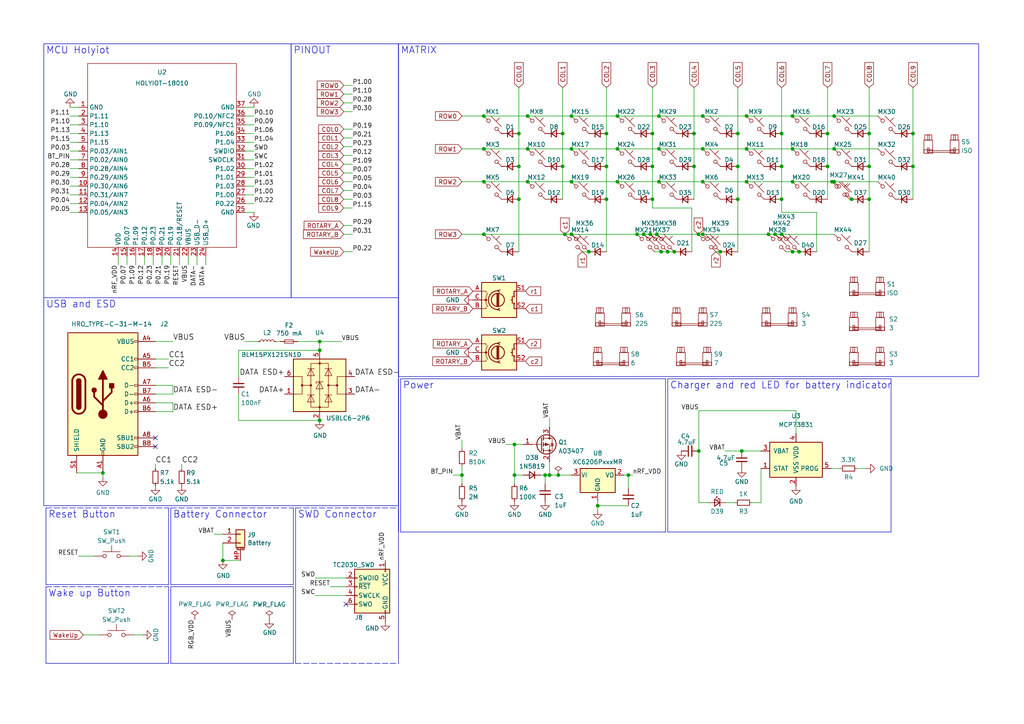
<source format=kicad_sch>
(kicad_sch (version 20230121) (generator eeschema)
  (paper "A4")
  (junction (at 213.995 57.785))
  (junction (at 229.87 43.18))
  (junction (at 140.335 67.945))
  (junction (at 186.69 67.945))
  (junction (at 191.135 52.705))
  (junction (at 252.095 38.735))
  (junction (at 191.77 73.025))
  (junction (at 241.935 43.18))
  (junction (at 158.115 137.795))
  (junction (at 215.138 130.81))
  (junction (at 149.225 128.905) (diameter 0.9144))
  (junction (at 92.71 101.6))
  (junction (at 165.735 52.705))
  (junction (at 203.835 67.945))
  (junction (at 208.915 73.025))
  (junction (at 226.695 67.945))
  (junction (at 159.385 137.795) (diameter 0.9144))
  (junction (at 213.995 38.735))
  (junction (at 264.795 48.26))
  (junction (at 229.87 33.655))
  (junction (at 202.565 67.945))
  (junction (at 226.695 57.785))
  (junction (at 226.695 48.26))
  (junction (at 179.07 43.18))
  (junction (at 203.835 43.18))
  (junction (at 140.335 33.655))
  (junction (at 92.71 99.06) (diameter 0.9144))
  (junction (at 241.935 52.705))
  (junction (at 163.83 67.945))
  (junction (at 153.035 52.705))
  (junction (at 150.495 57.785))
  (junction (at 231.775 73.025))
  (junction (at 150.495 38.735))
  (junction (at 191.135 43.18))
  (junction (at 202.692 130.81))
  (junction (at 190.5 67.945))
  (junction (at 173.355 146.685))
  (junction (at 92.71 121.92))
  (junction (at 201.295 38.735))
  (junction (at 203.835 52.705))
  (junction (at 216.535 52.705))
  (junction (at 133.985 137.795))
  (junction (at 216.535 43.18))
  (junction (at 149.225 137.795) (diameter 0.9144))
  (junction (at 195.58 73.025))
  (junction (at 189.23 48.26))
  (junction (at 189.23 38.735))
  (junction (at 252.095 48.26))
  (junction (at 175.895 57.785))
  (junction (at 241.935 33.655))
  (junction (at 150.495 48.26))
  (junction (at 213.995 48.26))
  (junction (at 193.675 73.025))
  (junction (at 226.695 38.735))
  (junction (at 191.135 33.655))
  (junction (at 264.795 38.735))
  (junction (at 165.735 33.655))
  (junction (at 179.07 33.655))
  (junction (at 179.07 52.705))
  (junction (at 175.895 48.26))
  (junction (at 140.335 52.705))
  (junction (at 182.245 137.795))
  (junction (at 184.785 67.945))
  (junction (at 201.295 48.26))
  (junction (at 153.035 33.655))
  (junction (at 247.015 57.785))
  (junction (at 165.735 43.18))
  (junction (at 64.643 162.56))
  (junction (at 165.735 67.945))
  (junction (at 229.87 73.025))
  (junction (at 29.845 137.16))
  (junction (at 189.23 57.785))
  (junction (at 241.3 52.705))
  (junction (at 240.03 38.735))
  (junction (at 229.87 52.705))
  (junction (at 240.03 48.26))
  (junction (at 224.79 67.945))
  (junction (at 203.835 33.655))
  (junction (at 216.535 33.655))
  (junction (at 153.035 43.18))
  (junction (at 188.595 67.945))
  (junction (at 140.335 43.18))
  (junction (at 222.885 67.945))
  (junction (at 175.895 38.735))
  (junction (at 163.195 38.735))
  (junction (at 163.195 48.26))
  (junction (at 170.815 73.025))
  (junction (at 161.925 137.795) (diameter 0.9144))
  (junction (at 252.095 57.785))
  (no_connect (at 100.33 175.26))
  (no_connect (at 45.085 127))
  (no_connect (at 45.085 129.54))
  (polyline (pts (xy 49.53 170.18) (xy 85.09 170.18)))
  (wire (pts (xy 241.935 43.18) (xy 254.635 43.18)))
  (wire (pts (xy 156.845 137.795) (xy 158.115 137.795)))
  (wire (pts (xy 71.12 31.115) (xy 73.66 31.115)))
  (wire (pts (xy 193.675 73.025) (xy 195.58 73.025)))
  (wire (pts (xy 99.695 40.005) (xy 102.235 40.005)))
  (wire (pts (xy 246.38 57.785) (xy 247.015 57.785)))
  (wire (pts (xy 227.965 73.025) (xy 229.87 73.025)))
  (polyline (pts (xy 49.53 169.545) (xy 85.09 169.545)))
  (polyline (pts (xy 85.725 147.32) (xy 115.57 147.32)) (stroke (width 0) (type dash)))
  (wire (pts (xy 179.07 33.655) (xy 191.135 33.655)))
  (wire (pts (xy 218.186 145.796) (xy 220.726 145.796)))
  (wire (pts (xy 191.135 33.655) (xy 203.835 33.655)))
  (wire (pts (xy 252.095 57.785) (xy 252.095 73.025)))
  (wire (pts (xy 153.035 33.655) (xy 165.735 33.655)))
  (wire (pts (xy 202.692 130.81) (xy 202.692 145.796)))
  (polyline (pts (xy 48.895 147.32) (xy 48.895 169.545)))
  (wire (pts (xy 264.795 38.735) (xy 264.795 48.26)))
  (wire (pts (xy 20.32 38.735) (xy 22.86 38.735)))
  (wire (pts (xy 149.225 137.795) (xy 151.765 137.795)))
  (wire (pts (xy 133.985 33.655) (xy 140.335 33.655)))
  (polyline (pts (xy 193.675 109.855) (xy 193.675 154.305)))
  (wire (pts (xy 71.12 41.275) (xy 73.66 41.275)))
  (wire (pts (xy 213.995 25.4) (xy 213.995 38.735)))
  (wire (pts (xy 222.885 67.945) (xy 224.79 67.945)))
  (wire (pts (xy 64.643 162.56) (xy 69.723 162.56)))
  (wire (pts (xy 189.23 38.735) (xy 189.23 48.26)))
  (wire (pts (xy 64.643 157.48) (xy 64.643 162.56)))
  (polyline (pts (xy 49.53 192.405) (xy 85.09 192.405)))
  (wire (pts (xy 49.53 74.295) (xy 49.53 76.835)))
  (wire (pts (xy 226.695 61.595) (xy 236.855 61.595)))
  (wire (pts (xy 158.115 137.795) (xy 158.115 140.335)))
  (wire (pts (xy 71.12 56.515) (xy 73.66 56.515)))
  (wire (pts (xy 92.71 99.06) (xy 99.06 99.06)))
  (wire (pts (xy 133.985 135.255) (xy 133.985 137.795)))
  (polyline (pts (xy 193.04 154.305) (xy 116.205 154.305)))
  (wire (pts (xy 20.32 41.275) (xy 22.86 41.275)))
  (polyline (pts (xy 193.675 109.855) (xy 258.445 109.855)))
  (wire (pts (xy 180.975 137.795) (xy 182.245 137.795)))
  (wire (pts (xy 140.335 43.18) (xy 153.035 43.18)))
  (wire (pts (xy 226.695 57.785) (xy 226.695 61.595)))
  (wire (pts (xy 229.87 73.025) (xy 231.775 73.025)))
  (wire (pts (xy 184.785 67.945) (xy 186.69 67.945)))
  (wire (pts (xy 252.095 25.4) (xy 252.095 38.735)))
  (wire (pts (xy 45.085 99.06) (xy 50.165 99.06)))
  (wire (pts (xy 216.535 33.655) (xy 229.87 33.655)))
  (wire (pts (xy 50.165 116.84) (xy 50.165 119.38)))
  (wire (pts (xy 150.495 25.4) (xy 150.495 38.735)))
  (wire (pts (xy 71.12 61.595) (xy 73.66 61.595)))
  (wire (pts (xy 45.085 134.62) (xy 45.085 135.89)))
  (wire (pts (xy 149.225 128.905) (xy 149.225 137.795)))
  (wire (pts (xy 150.495 57.785) (xy 150.495 73.025)))
  (wire (pts (xy 39.37 74.295) (xy 39.37 76.835)))
  (wire (pts (xy 240.03 38.735) (xy 240.03 48.26)))
  (wire (pts (xy 99.695 27.305) (xy 102.235 27.305)))
  (wire (pts (xy 240.03 48.26) (xy 240.03 57.785)))
  (wire (pts (xy 179.07 52.705) (xy 191.135 52.705)))
  (wire (pts (xy 207.645 73.025) (xy 208.915 73.025)))
  (wire (pts (xy 186.69 67.945) (xy 188.595 67.945)))
  (wire (pts (xy 20.32 33.655) (xy 22.86 33.655)))
  (wire (pts (xy 226.695 25.4) (xy 226.695 38.735)))
  (wire (pts (xy 45.085 119.38) (xy 50.165 119.38)))
  (wire (pts (xy 182.245 137.795) (xy 182.245 141.605)))
  (wire (pts (xy 163.195 25.4) (xy 163.195 38.735)))
  (wire (pts (xy 165.735 43.18) (xy 179.07 43.18)))
  (wire (pts (xy 200.66 60.325) (xy 200.66 73.025)))
  (wire (pts (xy 203.835 43.18) (xy 216.535 43.18)))
  (wire (pts (xy 45.085 111.76) (xy 50.165 111.76)))
  (wire (pts (xy 202.565 67.945) (xy 203.835 67.945)))
  (wire (pts (xy 163.195 48.26) (xy 163.195 57.785)))
  (wire (pts (xy 216.535 52.705) (xy 229.87 52.705)))
  (wire (pts (xy 191.77 73.025) (xy 193.675 73.025)))
  (wire (pts (xy 80.01 99.06) (xy 81.28 99.06)))
  (wire (pts (xy 45.085 116.84) (xy 50.165 116.84)))
  (polyline (pts (xy 49.53 168.91) (xy 49.53 169.545)))
  (wire (pts (xy 175.895 48.26) (xy 175.895 57.785)))
  (wire (pts (xy 69.215 121.92) (xy 92.71 121.92)))
  (wire (pts (xy 202.692 119.126) (xy 202.692 130.81)))
  (polyline (pts (xy 13.335 147.32) (xy 48.895 147.32)) (stroke (width 0) (type dash)))
  (wire (pts (xy 133.985 43.18) (xy 140.335 43.18)))
  (wire (pts (xy 241.935 52.705) (xy 254.635 52.705)))
  (wire (pts (xy 173.355 146.685) (xy 173.355 147.955)))
  (wire (pts (xy 229.87 33.655) (xy 241.935 33.655)))
  (wire (pts (xy 99.695 24.765) (xy 102.235 24.765)))
  (wire (pts (xy 165.735 33.655) (xy 179.07 33.655)))
  (wire (pts (xy 191.135 52.705) (xy 203.835 52.705)))
  (wire (pts (xy 95.758 170.18) (xy 100.33 170.18)))
  (wire (pts (xy 165.735 52.705) (xy 179.07 52.705)))
  (wire (pts (xy 37.465 161.29) (xy 40.005 161.29)))
  (polyline (pts (xy 13.335 170.18) (xy 48.895 170.18)) (stroke (width 0) (type dash)))
  (wire (pts (xy 133.985 127.635) (xy 133.985 130.175)))
  (polyline (pts (xy 85.725 192.405) (xy 115.57 192.405)) (stroke (width 0) (type dash)))
  (wire (pts (xy 99.695 29.845) (xy 102.235 29.845)))
  (wire (pts (xy 99.695 57.785) (xy 102.235 57.785)))
  (wire (pts (xy 189.23 57.785) (xy 189.23 60.325)))
  (wire (pts (xy 241.935 33.655) (xy 254.635 33.655)))
  (wire (pts (xy 264.795 48.26) (xy 264.795 57.785)))
  (wire (pts (xy 20.32 46.355) (xy 22.86 46.355)))
  (wire (pts (xy 229.87 52.705) (xy 241.3 52.705)))
  (wire (pts (xy 99.695 50.165) (xy 102.235 50.165)))
  (wire (pts (xy 213.995 38.735) (xy 213.995 48.26)))
  (polyline (pts (xy 49.53 147.32) (xy 85.09 147.32)) (stroke (width 0) (type dash)))
  (wire (pts (xy 69.215 101.6) (xy 69.215 109.22)))
  (wire (pts (xy 71.12 51.435) (xy 73.66 51.435)))
  (wire (pts (xy 201.295 48.26) (xy 201.295 57.785)))
  (polyline (pts (xy 13.335 147.32) (xy 13.335 169.545)))
  (polyline (pts (xy 116.205 109.855) (xy 193.04 109.855)))
  (polyline (pts (xy 193.675 154.305) (xy 258.445 154.305)))
  (wire (pts (xy 163.195 38.735) (xy 163.195 48.26)))
  (wire (pts (xy 36.83 74.295) (xy 36.83 76.835)))
  (wire (pts (xy 190.5 67.945) (xy 202.565 67.945)))
  (wire (pts (xy 202.692 145.796) (xy 205.486 145.796)))
  (wire (pts (xy 173.355 146.685) (xy 182.245 146.685)))
  (wire (pts (xy 20.32 48.895) (xy 22.86 48.895)))
  (wire (pts (xy 215.138 130.81) (xy 220.726 130.81)))
  (wire (pts (xy 189.865 73.025) (xy 191.77 73.025)))
  (wire (pts (xy 224.79 67.945) (xy 226.695 67.945)))
  (wire (pts (xy 44.45 74.295) (xy 44.45 76.835)))
  (wire (pts (xy 69.215 114.3) (xy 69.215 121.92)))
  (wire (pts (xy 52.07 74.295) (xy 52.07 76.835)))
  (wire (pts (xy 92.71 99.06) (xy 92.71 101.6)))
  (wire (pts (xy 133.985 67.945) (xy 140.335 67.945)))
  (wire (pts (xy 240.03 25.4) (xy 240.03 38.735)))
  (wire (pts (xy 213.995 48.26) (xy 213.995 57.785)))
  (polyline (pts (xy 49.53 147.32) (xy 49.53 168.91)))
  (wire (pts (xy 45.085 106.68) (xy 48.895 106.68)))
  (wire (pts (xy 131.445 137.795) (xy 133.985 137.795)))
  (wire (pts (xy 45.085 104.14) (xy 48.895 104.14)))
  (wire (pts (xy 20.32 51.435) (xy 22.86 51.435)))
  (polyline (pts (xy 115.57 109.855) (xy 115.57 154.305)))
  (wire (pts (xy 191.135 43.18) (xy 203.835 43.18)))
  (wire (pts (xy 99.695 55.245) (xy 102.235 55.245)))
  (wire (pts (xy 99.695 65.405) (xy 102.235 65.405)))
  (polyline (pts (xy 85.09 169.545) (xy 85.09 147.32)))
  (wire (pts (xy 71.12 99.06) (xy 74.93 99.06)))
  (wire (pts (xy 133.985 52.705) (xy 140.335 52.705)))
  (wire (pts (xy 133.985 137.795) (xy 133.985 140.335)))
  (wire (pts (xy 264.795 25.4) (xy 264.795 38.735)))
  (wire (pts (xy 71.12 36.195) (xy 73.66 36.195)))
  (wire (pts (xy 29.845 137.16) (xy 29.845 138.43)))
  (wire (pts (xy 20.32 31.115) (xy 22.86 31.115)))
  (wire (pts (xy 99.695 32.385) (xy 102.235 32.385)))
  (wire (pts (xy 158.115 137.795) (xy 159.385 137.795)))
  (wire (pts (xy 202.692 119.126) (xy 230.886 119.126)))
  (wire (pts (xy 41.91 74.295) (xy 41.91 76.835)))
  (wire (pts (xy 165.735 67.945) (xy 184.785 67.945)))
  (wire (pts (xy 99.695 73.025) (xy 102.235 73.025)))
  (wire (pts (xy 230.886 119.126) (xy 230.886 125.73)))
  (wire (pts (xy 99.695 42.545) (xy 102.235 42.545)))
  (wire (pts (xy 71.12 33.655) (xy 73.66 33.655)))
  (polyline (pts (xy 48.895 192.405) (xy 13.335 192.405)))
  (wire (pts (xy 168.91 73.025) (xy 170.815 73.025)))
  (wire (pts (xy 20.32 43.815) (xy 22.86 43.815)))
  (wire (pts (xy 140.335 33.655) (xy 153.035 33.655)))
  (wire (pts (xy 57.15 74.295) (xy 57.15 76.835)))
  (wire (pts (xy 140.335 52.705) (xy 153.035 52.705)))
  (wire (pts (xy 71.12 53.975) (xy 73.66 53.975)))
  (wire (pts (xy 153.035 52.705) (xy 165.735 52.705)))
  (wire (pts (xy 20.32 56.515) (xy 22.86 56.515)))
  (wire (pts (xy 146.685 128.905) (xy 149.225 128.905)))
  (wire (pts (xy 150.495 48.26) (xy 150.495 57.785)))
  (wire (pts (xy 179.07 43.18) (xy 191.135 43.18)))
  (wire (pts (xy 182.245 137.795) (xy 183.515 137.795)))
  (wire (pts (xy 210.312 130.81) (xy 215.138 130.81)))
  (wire (pts (xy 153.035 43.18) (xy 165.735 43.18)))
  (wire (pts (xy 226.695 48.26) (xy 226.695 57.785)))
  (wire (pts (xy 248.666 135.89) (xy 251.206 135.89)))
  (wire (pts (xy 20.32 61.595) (xy 22.86 61.595)))
  (wire (pts (xy 159.385 133.985) (xy 159.385 137.795)))
  (polyline (pts (xy 258.445 154.305) (xy 258.445 109.855)))
  (polyline (pts (xy 49.53 170.18) (xy 49.53 192.405)))
  (wire (pts (xy 99.695 47.625) (xy 102.235 47.625)))
  (wire (pts (xy 45.085 114.3) (xy 50.165 114.3)))
  (wire (pts (xy 99.695 67.945) (xy 102.235 67.945)))
  (polyline (pts (xy 85.725 147.32) (xy 85.725 192.405)))
  (polyline (pts (xy 13.335 170.18) (xy 13.335 192.405)))
  (wire (pts (xy 54.61 74.295) (xy 54.61 76.835)))
  (wire (pts (xy 71.12 59.055) (xy 73.66 59.055)))
  (wire (pts (xy 22.225 137.16) (xy 29.845 137.16)))
  (wire (pts (xy 201.295 38.735) (xy 201.295 48.26)))
  (wire (pts (xy 203.835 67.945) (xy 222.885 67.945)))
  (wire (pts (xy 71.12 38.735) (xy 73.66 38.735)))
  (polyline (pts (xy 193.04 109.855) (xy 193.04 154.305)))
  (wire (pts (xy 236.855 61.595) (xy 236.855 73.025)))
  (wire (pts (xy 86.36 99.06) (xy 92.71 99.06)))
  (wire (pts (xy 20.32 36.195) (xy 22.86 36.195)))
  (wire (pts (xy 213.995 57.785) (xy 213.995 73.025)))
  (wire (pts (xy 216.535 43.18) (xy 229.87 43.18)))
  (wire (pts (xy 188.595 67.945) (xy 190.5 67.945)))
  (wire (pts (xy 38.862 184.15) (xy 41.402 184.15)))
  (wire (pts (xy 99.695 52.705) (xy 102.235 52.705)))
  (wire (pts (xy 20.32 59.055) (xy 22.86 59.055)))
  (wire (pts (xy 91.44 172.72) (xy 100.33 172.72)))
  (wire (pts (xy 52.705 134.62) (xy 52.705 135.89)))
  (wire (pts (xy 175.895 57.785) (xy 175.895 73.025)))
  (wire (pts (xy 149.225 128.905) (xy 151.765 128.905)))
  (wire (pts (xy 173.355 145.415) (xy 173.355 146.685)))
  (wire (pts (xy 203.835 33.655) (xy 216.535 33.655)))
  (wire (pts (xy 189.23 25.4) (xy 189.23 38.735)))
  (polyline (pts (xy 48.895 169.545) (xy 13.335 169.545)))
  (polyline (pts (xy 48.895 170.18) (xy 48.895 192.405)))
  (wire (pts (xy 210.566 145.796) (xy 213.106 145.796)))
  (wire (pts (xy 20.32 53.975) (xy 22.86 53.975)))
  (wire (pts (xy 229.87 43.18) (xy 241.935 43.18)))
  (wire (pts (xy 22.733 161.29) (xy 27.305 161.29)))
  (wire (pts (xy 64.643 154.94) (xy 62.103 154.94)))
  (wire (pts (xy 71.12 48.895) (xy 73.66 48.895)))
  (wire (pts (xy 150.495 38.735) (xy 150.495 48.26)))
  (wire (pts (xy 69.215 101.6) (xy 92.71 101.6)))
  (wire (pts (xy 59.69 74.295) (xy 59.69 76.835)))
  (wire (pts (xy 201.295 25.4) (xy 201.295 38.735)))
  (wire (pts (xy 46.99 74.295) (xy 46.99 76.835)))
  (wire (pts (xy 189.23 48.26) (xy 189.23 57.785)))
  (polyline (pts (xy 85.09 192.405) (xy 85.09 170.18)))
  (wire (pts (xy 175.895 38.735) (xy 175.895 48.26)))
  (wire (pts (xy 99.695 37.465) (xy 102.235 37.465)))
  (wire (pts (xy 226.695 67.945) (xy 241.935 67.945)))
  (wire (pts (xy 71.12 46.355) (xy 73.66 46.355)))
  (wire (pts (xy 203.835 52.705) (xy 216.535 52.705)))
  (wire (pts (xy 241.046 135.89) (xy 243.586 135.89)))
  (wire (pts (xy 252.095 48.26) (xy 252.095 57.785)))
  (wire (pts (xy 50.165 111.76) (xy 50.165 114.3)))
  (wire (pts (xy 189.23 60.325) (xy 200.66 60.325)))
  (wire (pts (xy 159.385 137.795) (xy 161.925 137.795)))
  (wire (pts (xy 140.335 67.945) (xy 163.83 67.945)))
  (wire (pts (xy 226.695 38.735) (xy 226.695 48.26)))
  (wire (pts (xy 175.895 25.4) (xy 175.895 38.735)))
  (wire (pts (xy 34.29 74.295) (xy 34.29 76.835)))
  (polyline (pts (xy 115.57 147.32) (xy 115.57 192.405)))
  (wire (pts (xy 24.13 184.15) (xy 28.702 184.15)))
  (wire (pts (xy 220.726 145.796) (xy 220.726 135.89)))
  (wire (pts (xy 71.12 43.815) (xy 73.66 43.815)))
  (wire (pts (xy 252.095 38.735) (xy 252.095 48.26)))
  (wire (pts (xy 149.225 137.795) (xy 149.225 140.335)))
  (wire (pts (xy 159.385 123.825) (xy 159.385 121.285)))
  (wire (pts (xy 91.44 167.64) (xy 100.33 167.64)))
  (wire (pts (xy 99.695 45.085) (xy 102.235 45.085)))
  (wire (pts (xy 163.83 67.945) (xy 165.735 67.945)))
  (wire (pts (xy 161.925 137.795) (xy 165.735 137.795)))
  (wire (pts (xy 99.695 60.325) (xy 102.235 60.325)))
  (wire (pts (xy 241.3 52.705) (xy 241.935 52.705)))
  (polyline (pts (xy 116.205 109.855) (xy 116.205 154.305)))
  (rectangle (start 84.455 12.7) (end 115.57 86.36))
  (rectangle (start 115.57 12.7) (end 283.845 109.22))
  (rectangle (start 12.7 86.36) (end 115.57 146.685))
  (rectangle (start 12.7 12.7) (end 84.455 86.36))
  (text "Power" (at 116.84 113.03 0) (effects (font (size 2 2)) (justify left bottom)))
  (text "Reset Button" (at 13.97 150.495 0) (effects (font (size 2 2)) (justify left bottom)))
  (text "MCU Holyiot" (at 13.335 15.875 0) (effects (font (size 2 2)) (justify left bottom)))
  (text "Charger and red LED for battery indicator" (at 194.31 113.03 0) (effects (font (size 2 2)) (justify left bottom)))
  (text "Wake up Button" (at 13.97 173.355 0) (effects (font (size 2 2)) (justify left bottom)))
  (text "SWD Сonnector" (at 86.36 150.495 0) (effects (font (size 2 2)) (justify left bottom)))
  (text "Battery Сonnector" (at 50.165 150.495 0) (effects (font (size 2 2)) (justify left bottom)))
  (text "PINOUT" (at 85.09 15.875 0) (effects (font (size 2 2)) (justify left bottom)))
  (text "MATRIX" (at 116.205 15.875 0) (effects (font (size 2 2)) (justify left bottom)))
  (text "USB and ESD" (at 13.335 89.535 0) (effects (font (size 2 2)) (justify left bottom)))
  (label "P0.19" (at 102.235 37.465 0))
  (label "P1.00" (at 73.66 56.515 0))
  (label "SWC" (at 73.66 46.355 0))
  (label "P0.23" (at 102.235 42.545 0))
  (label "DATA+" (at 82.55 114.3 180) (effects (font (size 1.5494 1.5494))))
  (label "P1.09" (at 39.37 76.835 270))
  (label "CC2" (at 48.895 106.68 0) (effects (font (size 1.5494 1.5494))))
  (label "CC2" (at 52.705 134.62 0) (effects (font (size 1.5494 1.5494))))
  (label "SWC" (at 91.44 172.72 180))
  (label "DATA ESD-" (at 102.87 109.22 0) (effects (font (size 1.5494 1.5494))))
  (label "P1.06" (at 73.66 38.735 0))
  (label "VBAT" (at 133.985 127.635 90))
  (label "P1.10" (at 20.32 36.195 180))
  (label "P0.07" (at 102.235 50.165 0))
  (label "P0.19" (at 49.53 76.835 270))
  (label "VBUS" (at 99.06 99.06 0))
  (label "DATA ESD-" (at 50.165 114.3 0) (effects (font (size 1.5494 1.5494))))
  (label "VBUS" (at 50.165 99.06 0) (effects (font (size 1.5494 1.5494))))
  (label "P0.21" (at 46.99 76.835 270))
  (label "P0.28" (at 102.235 29.845 0))
  (label "P0.31" (at 20.32 56.515 180))
  (label "P0.09" (at 73.66 36.195 0))
  (label "P0.03" (at 20.32 43.815 180))
  (label "P0.31" (at 102.235 67.945 0))
  (label "P1.15" (at 20.32 41.275 180))
  (label "P0.04" (at 20.32 59.055 180))
  (label "P1.00" (at 102.235 24.765 0))
  (label "P0.04" (at 102.235 55.245 0))
  (label "VBUS" (at 202.692 119.126 180))
  (label "VBAT" (at 62.103 154.94 180))
  (label "SWD" (at 73.66 43.815 0))
  (label "CC1" (at 45.085 134.62 0) (effects (font (size 1.5494 1.5494))))
  (label "RGB_VDD" (at 56.515 179.705 270))
  (label "P1.02" (at 73.66 48.895 0))
  (label "nRF_VDD" (at 111.76 162.56 90))
  (label "SWD" (at 91.44 167.64 180))
  (label "P1.11" (at 20.32 33.655 180))
  (label "P0.30" (at 102.235 32.385 0))
  (label "P0.22" (at 73.66 59.055 0))
  (label "P0.28" (at 20.32 48.895 180))
  (label "CC1" (at 48.895 104.14 0) (effects (font (size 1.5494 1.5494))))
  (label "VBUS" (at 146.685 128.905 180))
  (label "P0.29" (at 20.32 51.435 180))
  (label "DATA+" (at 59.69 76.835 270))
  (label "P1.13" (at 20.32 38.735 180))
  (label "DATA ESD+" (at 50.165 119.38 0) (effects (font (size 1.5494 1.5494))))
  (label "nRF_VDD" (at 183.515 137.795 0))
  (label "VBUS" (at 54.61 76.835 270))
  (label "P0.21" (at 102.235 40.005 0))
  (label "RESET" (at 52.07 76.835 270))
  (label "P1.15" (at 102.235 60.325 0))
  (label "DATA-" (at 57.15 76.835 270))
  (label "P1.03" (at 73.66 53.975 0))
  (label "P0.30" (at 20.32 53.975 180))
  (label "P1.01" (at 73.66 51.435 0))
  (label "P0.07" (at 36.83 76.835 270))
  (label "P1.09" (at 102.235 47.625 0))
  (label "DATA-" (at 102.87 114.3 0) (effects (font (size 1.5494 1.5494))))
  (label "nRF_VDD" (at 34.29 76.835 270))
  (label "VBUS" (at 67.31 179.705 270))
  (label "P0.10" (at 73.66 33.655 0))
  (label "RESET" (at 95.758 170.18 180))
  (label "P0.05" (at 102.235 52.705 0))
  (label "VBUS" (at 71.12 99.06 180) (effects (font (size 1.5494 1.5494))))
  (label "BT_PIN" (at 20.32 46.355 180))
  (label "P1.10" (at 102.235 27.305 0))
  (label "VBAT" (at 159.385 121.285 90))
  (label "DATA ESD+" (at 82.55 109.22 180) (effects (font (size 1.5494 1.5494))))
  (label "P0.12" (at 102.235 45.085 0))
  (label "P0.23" (at 44.45 76.835 270))
  (label "P0.12" (at 41.91 76.835 270))
  (label "P0.03" (at 102.235 57.785 0))
  (label "P1.04" (at 73.66 41.275 0))
  (label "P0.05" (at 20.32 61.595 180))
  (label "VBAT" (at 210.312 130.81 180))
  (label "P0.29" (at 102.235 65.405 0))
  (label "BT_PIN" (at 131.445 137.795 180))
  (label "RESET" (at 22.733 161.29 180))
  (label "P0.22" (at 102.235 73.025 0))
  (global_label "ROW3" (shape input) (at 133.985 67.945 180) (property "Intersheetrefs" "${INTERSHEET_REFS}" (effects hide)))
  (global_label "ROTARY_B" (shape input) (at 137.16 89.535 180) (property "Intersheetrefs" "${INTERSHEET_REFS}" (effects hide)))
  (global_label "WakeUp" (shape input) (at 24.13 184.15 180) (property "Intersheetrefs" "${INTERSHEET_REFS}" (effects hide)))
  (global_label "ROTARY_B" (shape input) (at 99.695 67.945 180) (property "Intersheetrefs" "${INTERSHEET_REFS}" (effects hide)))
  (global_label "r1" (shape input) (at 152.4 84.455 0) (property "Intersheetrefs" "${INTERSHEET_REFS}" (effects hide)))
  (global_label "ROW3" (shape input) (at 99.695 32.385 180) (property "Intersheetrefs" "${INTERSHEET_REFS}" (effects hide)))
  (global_label "c2" (shape input) (at 152.4 104.775 0) (property "Intersheetrefs" "${INTERSHEET_REFS}" (effects hide)))
  (global_label "r2" (shape input) (at 207.645 73.025 270) (property "Intersheetrefs" "${INTERSHEET_REFS}" (effects hide)))
  (global_label "COL1" (shape input) (at 99.695 40.005 180) (property "Intersheetrefs" "${INTERSHEET_REFS}" (effects hide)))
  (global_label "COL5" (shape input) (at 99.695 50.165 180) (property "Intersheetrefs" "${INTERSHEET_REFS}" (effects hide)))
  (global_label "c1" (shape input) (at 152.4 89.535 0) (property "Intersheetrefs" "${INTERSHEET_REFS}" (effects hide)))
  (global_label "r1" (shape input) (at 168.91 73.025 270) (property "Intersheetrefs" "${INTERSHEET_REFS}" (effects hide)))
  (global_label "COL9" (shape input) (at 99.695 60.325 180) (property "Intersheetrefs" "${INTERSHEET_REFS}" (effects hide)))
  (global_label "ROTARY_A" (shape input) (at 137.16 99.695 180) (property "Intersheetrefs" "${INTERSHEET_REFS}" (effects hide)))
  (global_label "COL0" (shape input) (at 150.495 25.4 90) (property "Intersheetrefs" "${INTERSHEET_REFS}" (effects hide)))
  (global_label "COL2" (shape input) (at 175.895 25.4 90) (property "Intersheetrefs" "${INTERSHEET_REFS}" (effects hide)))
  (global_label "ROTARY_A" (shape input) (at 99.695 65.405 180) (property "Intersheetrefs" "${INTERSHEET_REFS}" (effects hide)))
  (global_label "ROW1" (shape input) (at 133.985 43.18 180) (property "Intersheetrefs" "${INTERSHEET_REFS}" (effects hide)))
  (global_label "COL8" (shape input) (at 99.695 57.785 180) (property "Intersheetrefs" "${INTERSHEET_REFS}" (effects hide)))
  (global_label "ROTARY_B" (shape input) (at 137.16 104.775 180) (property "Intersheetrefs" "${INTERSHEET_REFS}" (effects hide)))
  (global_label "ROW2" (shape input) (at 133.985 52.705 180) (property "Intersheetrefs" "${INTERSHEET_REFS}" (effects hide)))
  (global_label "COL7" (shape input) (at 99.695 55.245 180) (property "Intersheetrefs" "${INTERSHEET_REFS}" (effects hide)))
  (global_label "ROW0" (shape input) (at 133.985 33.655 180) (property "Intersheetrefs" "${INTERSHEET_REFS}" (effects hide)))
  (global_label "ROTARY_A" (shape input) (at 137.16 84.455 180) (property "Intersheetrefs" "${INTERSHEET_REFS}" (effects hide)))
  (global_label "COL5" (shape input) (at 213.995 25.4 90) (property "Intersheetrefs" "${INTERSHEET_REFS}" (effects hide)))
  (global_label "COL7" (shape input) (at 240.03 25.4 90) (property "Intersheetrefs" "${INTERSHEET_REFS}" (effects hide)))
  (global_label "c1" (shape input) (at 163.83 67.945 90) (property "Intersheetrefs" "${INTERSHEET_REFS}" (effects hide)))
  (global_label "ROW2" (shape input) (at 99.695 29.845 180) (property "Intersheetrefs" "${INTERSHEET_REFS}" (effects hide)))
  (global_label "ROW0" (shape input) (at 99.695 24.765 180) (property "Intersheetrefs" "${INTERSHEET_REFS}" (effects hide)))
  (global_label "COL6" (shape input) (at 99.695 52.705 180) (property "Intersheetrefs" "${INTERSHEET_REFS}" (effects hide)))
  (global_label "COL9" (shape input) (at 264.795 25.4 90) (property "Intersheetrefs" "${INTERSHEET_REFS}" (effects hide)))
  (global_label "COL6" (shape input) (at 226.695 25.4 90) (property "Intersheetrefs" "${INTERSHEET_REFS}" (effects hide)))
  (global_label "COL3" (shape input) (at 99.695 45.085 180) (property "Intersheetrefs" "${INTERSHEET_REFS}" (effects hide)))
  (global_label "WakeUp" (shape input) (at 99.695 73.025 180) (property "Intersheetrefs" "${INTERSHEET_REFS}" (effects hide)))
  (global_label "COL8" (shape input) (at 252.095 25.4 90) (property "Intersheetrefs" "${INTERSHEET_REFS}" (effects hide)))
  (global_label "COL4" (shape input) (at 99.695 47.625 180) (property "Intersheetrefs" "${INTERSHEET_REFS}" (effects hide)))
  (global_label "ROW1" (shape input) (at 99.695 27.305 180) (property "Intersheetrefs" "${INTERSHEET_REFS}" (effects hide)))
  (global_label "r2" (shape input) (at 152.4 99.695 0) (property "Intersheetrefs" "${INTERSHEET_REFS}" (effects hide)))
  (global_label "COL3" (shape input) (at 189.23 25.4 90) (property "Intersheetrefs" "${INTERSHEET_REFS}" (effects hide)))
  (global_label "COL1" (shape input) (at 163.195 25.4 90) (property "Intersheetrefs" "${INTERSHEET_REFS}" (effects hide)))
  (global_label "COL2" (shape input) (at 99.695 42.545 180) (property "Intersheetrefs" "${INTERSHEET_REFS}" (effects hide)))
  (global_label "COL0" (shape input) (at 99.695 37.465 180) (property "Intersheetrefs" "${INTERSHEET_REFS}" (effects hide)))
  (global_label "c2" (shape input) (at 202.565 67.945 90) (property "Intersheetrefs" "${INTERSHEET_REFS}" (effects hide)))
  (global_label "COL4" (shape input) (at 201.295 25.4 90) (property "Intersheetrefs" "${INTERSHEET_REFS}" (effects hide)))
  (symbol (lib_id "Device:D_Small") (at 224.155 57.785 0) (unit 1)
    (property "Reference" "D13" (at 224.155 55.88 0))
    (property "Value" "D_Small" (effects hide))
    (property "Footprint" "Diode_SMD:D_SOD-123F" (effects hide))
    (property "Sim.Device" "D" (effects hide))
    (property "Sim.Pins" "1=K 2=A" (effects hide))
  )
  (symbol (lib_id "PCM_marbastlib-mx:MX_stab") (at 251.46 83.185 0) (unit 1) (in_bom no) (on_board no)
    (property "Reference" "S1" (at 257.175 82.423 0) (effects (justify left)))
    (property "Value" "ISO" (at 257.175 84.963 0) (effects (justify left)))
    (property "Footprint" "PCM_marbastlib-mx:STAB_MX_P_ISO" (effects hide))
  )
  (symbol (lib_id "power:GND") (at 52.705 140.97 0) (unit 1)
    (property "Reference" "#PWR015" (effects hide))
    (property "Value" "GND" (at 52.705 144.78 0))
  )
  (symbol (lib_id "PCM_marbastlib-mx:MX_SW_solder") (at 168.275 45.72 0) (unit 1)
    (property "Reference" "MX17" (at 168.275 41.91 0))
    (property "Value" "MX_SW_solder" (effects hide))
    (property "Footprint" "PCM_marbastlib-mx:SW_MX_1u" (effects hide))
  )
  (symbol (lib_id "power:PWR_FLAG") (at 56.515 179.705 0) (unit 1)
    (property "Reference" "#FLG01" (effects hide))
    (property "Value" "PWR_FLAG" (at 56.515 175.26 0))
  )
  (symbol (lib_id "Device:D_Small") (at 211.455 48.26 0) (unit 1)
    (property "Reference" "D4" (at 211.455 46.355 0))
    (property "Value" "D_Small" (effects hide))
    (property "Footprint" "Diode_SMD:D_SOD-123F" (effects hide))
    (property "Sim.Device" "D" (effects hide))
    (property "Sim.Pins" "1=K 2=A" (effects hide))
  )
  (symbol (lib_id "PCM_marbastlib-mx:MX_SW_solder") (at 244.475 36.195 0) (unit 1)
    (property "Reference" "MX23" (at 245.11 32.385 0))
    (property "Value" "MX_SW_solder" (effects hide))
    (property "Footprint" "PCM_marbastlib-mx:SW_MX_1u" (effects hide))
  )
  (symbol (lib_id "Device:D_Small") (at 173.355 48.26 0) (unit 1)
    (property "Reference" "D17" (at 173.355 46.355 0))
    (property "Value" "D_Small" (effects hide))
    (property "Footprint" "Diode_SMD:D_SOD-123F" (effects hide))
    (property "Sim.Device" "D" (effects hide))
    (property "Sim.Pins" "1=K 2=A" (effects hide))
  )
  (symbol (lib_id "PCM_marbastlib-mx:MX_SW_solder") (at 189.23 70.485 0) (unit 1)
    (property "Reference" "MX35" (at 188.595 64.77 0))
    (property "Value" "MX_SW_solder" (effects hide))
    (property "Footprint" "PCM_marbastlib-mx:SW_MX_1u" (effects hide))
  )
  (symbol (lib_id "Device:C_Small") (at 69.215 111.76 0) (unit 1)
    (property "Reference" "C1" (at 69.85 114.3 0) (effects (justify left)))
    (property "Value" "100nF" (at 69.85 116.84 0) (effects (justify left)))
    (property "Footprint" "Capacitor_SMD:C_0402_1005Metric" (effects hide))
  )
  (symbol (lib_id "Device:R_Small") (at 45.085 138.43 0) (unit 1)
    (property "Reference" "R7" (at 46.355 137.1599 0) (effects (justify left)))
    (property "Value" "5.1k" (at 46.355 139.6999 0) (effects (justify left)))
    (property "Footprint" "Resistor_SMD:R_0402_1005Metric" (effects hide))
  )
  (symbol (lib_id "PCM_marbastlib-mx:MX_SW_solder") (at 166.37 70.485 0) (unit 1)
    (property "Reference" "MX14" (at 168.275 66.675 0))
    (property "Value" "MX_SW_solder" (effects hide))
    (property "Footprint" "PCM_marbastlib-mx:SW_MX_1u" (effects hide))
  )
  (symbol (lib_id "PCM_marbastlib-mx:MX_SW_solder") (at 225.425 70.485 0) (unit 1)
    (property "Reference" "MX28" (at 225.425 66.675 0))
    (property "Value" "MX_SW_solder" (effects hide))
    (property "Footprint" "PCM_marbastlib-mx:SW_MX_1u" (effects hide))
  )
  (symbol (lib_id "PCM_marbastlib-mx:MX_SW_solder") (at 232.41 45.72 0) (unit 1)
    (property "Reference" "MX18" (at 231.775 41.91 0))
    (property "Value" "MX_SW_solder" (effects hide))
    (property "Footprint" "PCM_marbastlib-mx:SW_MX_1u" (effects hide))
  )
  (symbol (lib_id "Power_Protection:USBLC6-2P6") (at 92.71 111.76 0) (unit 1)
    (property "Reference" "U4" (at 92.71 96.52 0))
    (property "Value" "USBLC6-2P6" (at 100.965 121.285 0))
    (property "Footprint" "Package_TO_SOT_SMD:SOT-666" (effects hide))
    (property "Datasheet" "https://www.st.com/resource/en/datasheet/usblc6-2.pdf" (effects hide))
    (property "LCSC" "C15999" (effects hide))
  )
  (symbol (lib_id "Device:D_Small") (at 147.955 48.26 0) (unit 1)
    (property "Reference" "D3" (at 147.955 46.355 0))
    (property "Value" "D_Small" (effects hide))
    (property "Footprint" "Diode_SMD:D_SOD-123F" (effects hide))
    (property "Sim.Device" "D" (effects hide))
    (property "Sim.Pins" "1=K 2=A" (effects hide))
  )
  (symbol (lib_id "Device:D_Small") (at 186.69 48.26 0) (unit 1)
    (property "Reference" "D28" (at 186.69 46.355 0))
    (property "Value" "D_Small" (effects hide))
    (property "Footprint" "Diode_SMD:D_SOD-123F" (effects hide))
    (property "Sim.Device" "D" (effects hide))
    (property "Sim.Pins" "1=K 2=A" (effects hide))
  )
  (symbol (lib_id "Device:D_Small") (at 262.255 38.735 0) (unit 1)
    (property "Reference" "D26" (at 262.255 36.83 0))
    (property "Value" "D_Small" (effects hide))
    (property "Footprint" "Diode_SMD:D_SOD-123F" (effects hide))
    (property "Sim.Device" "D" (effects hide))
    (property "Sim.Pins" "1=K 2=A" (effects hide))
  )
  (symbol (lib_id "PCM_marbastlib-mx:MX_SW_solder") (at 243.84 55.245 0) (unit 1)
    (property "Reference" "MX27" (at 243.205 50.8 0))
    (property "Value" "MX_SW_solder" (effects hide))
    (property "Footprint" "PCM_marbastlib-mx:SW_MX_1u" (effects hide))
  )
  (symbol (lib_id "power:GND") (at 73.66 61.595 0) (unit 1)
    (property "Reference" "#PWR046" (effects hide))
    (property "Value" "GND" (at 75.565 65.405 0) (effects (justify right)))
  )
  (symbol (lib_id "PCM_marbastlib-mx:MX_SW_solder") (at 244.475 70.485 0) (unit 1)
    (property "Reference" "MX44" (at 244.475 66.675 0))
    (property "Value" "MX_SW_solder" (effects hide))
    (property "Footprint" "PCM_marbastlib-mx:SW_MX_1.25u" (effects hide))
  )
  (symbol (lib_id "Device:D_Small") (at 237.49 38.735 0) (unit 1)
    (property "Reference" "D16" (at 237.49 36.83 0))
    (property "Value" "D_Small" (effects hide))
    (property "Footprint" "Diode_SMD:D_SOD-123F" (effects hide))
    (property "Sim.Device" "D" (effects hide))
    (property "Sim.Pins" "1=K 2=A" (effects hide))
  )
  (symbol (lib_id "Connector:USB_C_Receptacle_USB2.0") (at 29.845 114.3 0) (unit 1)
    (property "Reference" "J2" (at 47.625 93.98 0))
    (property "Value" "HRO_TYPE-C-31-M-14" (at 32.385 93.98 0))
    (property "Footprint" "PCM_marbastlib-various:USB_C_Receptacle_HRO_TYPE-C-31-M-12" (effects hide))
    (property "Datasheet" "https://www.usb.org/sites/default/files/documents/usb_type-c.zip" (effects hide))
  )
  (symbol (lib_id "PCM_marbastlib-mx:MX_SW_solder") (at 168.275 55.245 0) (unit 1)
    (property "Reference" "MX19" (at 168.275 51.435 0))
    (property "Value" "MX_SW_solder" (effects hide))
    (property "Footprint" "PCM_marbastlib-mx:SW_MX_1u" (effects hide))
  )
  (symbol (lib_id "Device:D_Small") (at 249.555 57.785 0) (unit 1)
    (property "Reference" "D37" (at 249.555 55.88 0))
    (property "Value" "D_Small" (effects hide))
    (property "Footprint" "Diode_SMD:D_SOD-123F" (effects hide))
    (property "Sim.Device" "D" (effects hide))
    (property "Sim.Pins" "1=K 2=A" (effects hide))
  )
  (symbol (lib_id "Device:D_Small") (at 234.315 73.025 0) (unit 1)
    (property "Reference" "D40" (at 234.315 71.12 0))
    (property "Value" "D_Small" (effects hide))
    (property "Footprint" "Diode_SMD:D_SOD-123F" (effects hide))
    (property "Sim.Device" "D" (effects hide))
    (property "Sim.Pins" "1=K 2=A" (effects hide))
  )
  (symbol (lib_id "Device:D_Small") (at 160.655 48.26 0) (unit 1)
    (property "Reference" "D10" (at 160.655 46.355 0))
    (property "Value" "D_Small" (effects hide))
    (property "Footprint" "Diode_SMD:D_SOD-123F" (effects hide))
    (property "Sim.Device" "D" (effects hide))
    (property "Sim.Pins" "1=K 2=A" (effects hide))
  )
  (symbol (lib_id "Device:D_Small") (at 147.955 73.025 0) (unit 1)
    (property "Reference" "D7" (at 147.955 71.12 0))
    (property "Value" "D_Small" (effects hide))
    (property "Footprint" "Diode_SMD:D_SOD-123F" (effects hide))
    (property "Sim.Device" "D" (effects hide))
    (property "Sim.Pins" "1=K 2=A" (effects hide))
  )
  (symbol (lib_id "power:GND") (at 111.76 180.34 0) (mirror y) (unit 1)
    (property "Reference" "#PWR052" (effects hide))
    (property "Value" "GND" (at 107.95 182.245 0))
  )
  (symbol (lib_id "Device:R_Small") (at 149.225 142.875 0) (unit 1)
    (property "Reference" "R6" (at 150.495 141.6049 0) (effects (justify left)))
    (property "Value" "100K" (at 150.495 144.1449 0) (effects (justify left)))
    (property "Footprint" "Resistor_SMD:R_0402_1005Metric" (effects hide))
  )
  (symbol (lib_id "PCM_marbastlib-mx:MX_SW_solder") (at 142.875 36.195 0) (unit 1)
    (property "Reference" "MX1" (at 142.875 32.385 0))
    (property "Value" "MX_SW_solder" (effects hide))
    (property "Footprint" "PCM_marbastlib-mx:SW_MX_1u" (effects hide))
  )
  (symbol (lib_id "PCM_marbastlib-mx:MX_stab") (at 251.46 103.505 0) (unit 1)
    (property "Reference" "S3" (at 257.81 102.743 0) (effects (justify left)))
    (property "Value" "3" (at 257.81 105.283 0) (effects (justify left)))
    (property "Footprint" "PCM_marbastlib-mx:STAB_MX_P_3u" (effects hide))
  )
  (symbol (lib_id "PCM_marbastlib-mx:MX_SW_solder") (at 142.875 55.245 0) (unit 1)
    (property "Reference" "MX5" (at 142.875 51.435 0))
    (property "Value" "MX_SW_solder" (effects hide))
    (property "Footprint" "PCM_marbastlib-mx:SW_MX_1.5u" (effects hide))
  )
  (symbol (lib_id "PCM_marbastlib-mx:MX_SW_solder") (at 257.175 45.72 0) (unit 1)
    (property "Reference" "MX32" (at 257.175 41.91 0))
    (property "Value" "MX_SW_solder" (effects hide))
    (property "Footprint" "PCM_marbastlib-mx:SW_MX_1u" (effects hide))
  )
  (symbol (lib_id "PCM_marbastlib-mx:MX_SW_solder") (at 181.61 36.195 0) (unit 1)
    (property "Reference" "MX22" (at 181.61 32.385 0))
    (property "Value" "MX_SW_solder" (effects hide))
    (property "Footprint" "PCM_marbastlib-mx:SW_MX_1u" (effects hide))
  )
  (symbol (lib_id "Device:C_Small") (at 158.115 142.875 0) (unit 1)
    (property "Reference" "C3" (at 160.782 144.018 0) (effects (justify left)))
    (property "Value" "1uF" (at 160.782 146.558 0) (effects (justify left)))
    (property "Footprint" "Capacitor_SMD:C_0402_1005Metric" (effects hide))
  )
  (symbol (lib_id "Device:R_Small") (at 215.646 145.796 90) (unit 1)
    (property "Reference" "R3" (at 215.646 148.336 90))
    (property "Value" "1K" (at 215.646 143.256 90))
    (property "Footprint" "Resistor_SMD:R_0402_1005Metric" (effects hide))
  )
  (symbol (lib_id "Device:D_Small") (at 173.355 57.785 0) (unit 1)
    (property "Reference" "D19" (at 173.355 55.88 0))
    (property "Value" "D_Small" (effects hide))
    (property "Footprint" "Diode_SMD:D_SOD-123F" (effects hide))
    (property "Sim.Device" "D" (effects hide))
    (property "Sim.Pins" "1=K 2=A" (effects hide))
  )
  (symbol (lib_id "power:PWR_FLAG") (at 161.925 137.795 0) (unit 1)
    (property "Reference" "#FLG03" (effects hide))
    (property "Value" "PWR_FLAG" (effects hide))
  )
  (symbol (lib_id "Device:LED_Small") (at 208.026 145.796 0) (mirror y) (unit 1)
    (property "Reference" "D39" (at 208.026 148.336 0))
    (property "Value" "RED" (at 208.026 142.621 0))
    (property "Footprint" "LED_SMD:LED_1206_3216Metric_ReverseMount_Hole1.8x2.4mm" (effects hide))
  )
  (symbol (lib_id "Device:D_Small") (at 186.69 38.735 0) (unit 1)
    (property "Reference" "D22" (at 186.69 36.83 0))
    (property "Value" "D_Small" (effects hide))
    (property "Footprint" "Diode_SMD:D_SOD-123F" (effects hide))
    (property "Sim.Device" "D" (effects hide))
    (property "Sim.Pins" "1=K 2=A" (effects hide))
  )
  (symbol (lib_id "PCM_marbastlib-mx:MX_SW_solder") (at 232.41 55.245 0) (unit 1)
    (property "Reference" "MX20" (at 232.41 51.435 0))
    (property "Value" "MX_SW_solder" (effects hide))
    (property "Footprint" "PCM_marbastlib-mx:SW_MX_1u" (effects hide))
  )
  (symbol (lib_id "power:GND") (at 78.105 179.705 0) (unit 1)
    (property "Reference" "#PWR047" (effects hide))
    (property "Value" "GND" (at 78.232 183.4642 0))
  )
  (symbol (lib_id "PCM_marbastlib-mx:MX_SW_solder") (at 244.475 55.245 0) (unit 1)
    (property "Reference" "MX41" (at 248.285 51.435 0))
    (property "Value" "MX_SW_solder" (effects hide))
    (property "Footprint" "PCM_marbastlib-mx:SW_MX_1.5u" (effects hide))
  )
  (symbol (lib_id "Device:C_Small") (at 200.152 130.81 90) (unit 1)
    (property "Reference" "C4" (at 200.152 126.492 90) (effects (justify left)))
    (property "Value" "4.7uF" (at 201.93 128.27 90) (effects (justify left)))
    (property "Footprint" "Capacitor_SMD:C_0402_1005Metric" (effects hide))
  )
  (symbol (lib_id "power:GND") (at 20.32 31.115 180) (unit 1)
    (property "Reference" "#PWR016" (effects hide))
    (property "Value" "GND" (at 18.415 27.305 0) (effects (justify right)))
  )
  (symbol (lib_id "PCM_marbastlib-various:TC2030_SWD") (at 106.68 172.72 0) (unit 1)
    (property "Reference" "J8" (at 102.87 179.07 0) (effects (justify left)))
    (property "Value" "TC2030_SWD" (at 96.52 163.83 0) (effects (justify left)))
    (property "Footprint" "PCM_marbastlib-various:CON_TC2030_outlined" (effects hide))
    (property "Datasheet" " ~" (effects hide))
  )
  (symbol (lib_id "power:GND") (at 149.225 145.415 0) (unit 1)
    (property "Reference" "#PWR09" (effects hide))
    (property "Value" "GND" (at 149.225 149.225 0))
  )
  (symbol (lib_id "Device:R_Small") (at 133.985 142.875 0) (unit 1)
    (property "Reference" "R5" (at 135.89 141.6049 0) (effects (justify left)))
    (property "Value" "2M" (at 135.89 144.1449 0) (effects (justify left)))
    (property "Footprint" "Resistor_SMD:R_0402_1005Metric" (effects hide))
  )
  (symbol (lib_id "PCM_marbastlib-mx:MX_SW_solder") (at 168.275 36.195 0) (unit 1)
    (property "Reference" "MX15" (at 168.275 32.385 0))
    (property "Value" "MX_SW_solder" (effects hide))
    (property "Footprint" "PCM_marbastlib-mx:SW_MX_1u" (effects hide))
  )
  (symbol (lib_id "Device:D_Small") (at 249.555 48.26 0) (unit 1)
    (property "Reference" "D31" (at 249.555 46.355 0))
    (property "Value" "D_Small" (effects hide))
    (property "Footprint" "Diode_SMD:D_SOD-123F" (effects hide))
    (property "Sim.Device" "D" (effects hide))
    (property "Sim.Pins" "1=K 2=A" (effects hide))
  )
  (symbol (lib_id "PCM_marbastlib-mx:MX_stab") (at 251.46 93.345 0) (unit 1)
    (property "Reference" "S2" (at 257.81 92.583 0) (effects (justify left)))
    (property "Value" "3" (at 257.81 95.123 0) (effects (justify left)))
    (property "Footprint" "PCM_marbastlib-mx:STAB_MX_P_3u" (effects hide))
  )
  (symbol (lib_id "power:GND") (at 197.612 130.81 0) (unit 1)
    (property "Reference" "#PWR05" (effects hide))
    (property "Value" "GND" (at 197.612 134.62 0))
  )
  (symbol (lib_id "PCM_marbastlib-mx:MX_stab") (at 201.295 103.505 0) (unit 1)
    (property "Reference" "S9" (at 207.01 102.743 0) (effects (justify left)))
    (property "Value" "7" (at 207.01 105.283 0) (effects (justify left)))
    (property "Footprint" "PCM_marbastlib-mx:STAB_MX_P_7u" (effects hide))
  )
  (symbol (lib_id "power:GND") (at 73.66 31.115 180) (unit 1)
    (property "Reference" "#PWR045" (effects hide))
    (property "Value" "GND" (at 71.755 27.305 0) (effects (justify right)))
  )
  (symbol (lib_id "PCM_marbastlib-mx:MX_SW_solder") (at 206.375 70.485 0) (unit 1)
    (property "Reference" "MX39" (at 208.915 64.77 0))
    (property "Value" "MX_SW_solder" (effects hide))
    (property "Footprint" "PCM_marbastlib-mx:SW_MX_1u" (effects hide))
  )
  (symbol (lib_id "Regulator_Linear:XC6206PxxxMR") (at 173.355 137.795 0) (unit 1)
    (property "Reference" "U8" (at 173.355 131.445 0))
    (property "Value" "XC6206PxxxMR" (at 173.355 133.985 0))
    (property "Footprint" "Package_TO_SOT_SMD:SOT-23-3" (effects hide))
    (property "Datasheet" "https://www.torexsemi.com/file/xc6206/XC6206.pdf" (effects hide))
  )
  (symbol (lib_id "Device:D_Small") (at 154.305 137.795 180) (unit 1)
    (property "Reference" "D38" (at 154.305 132.715 0))
    (property "Value" "1N5819" (at 154.305 135.255 0))
    (property "Footprint" "Diode_SMD:D_SOD-123" (effects hide))
  )
  (symbol (lib_id "Device:D_Small") (at 224.155 38.735 0) (unit 1)
    (property "Reference" "D9" (at 225.425 36.83 0) (effects (justify right)))
    (property "Value" "D_Small" (effects hide))
    (property "Footprint" "Diode_SMD:D_SOD-123F" (effects hide))
    (property "Sim.Device" "D" (effects hide))
    (property "Sim.Pins" "1=K 2=A" (effects hide))
  )
  (symbol (lib_id "power:GND") (at 92.71 121.92 0) (unit 1)
    (property "Reference" "#PWR012" (effects hide))
    (property "Value" "GND" (at 92.837 126.3142 0))
  )
  (symbol (lib_id "Transistor_FET:AO3401A") (at 156.845 128.905 0) (unit 1)
    (property "Reference" "Q1" (at 161.925 128.2699 0) (effects (justify left)))
    (property "Value" "AO3407" (at 161.925 130.8099 0) (effects (justify left)))
    (property "Footprint" "Package_TO_SOT_SMD:SOT-23" (effects hide))
    (property "Datasheet" "http://www.aosmd.com/pdfs/datasheet/AO3401A.pdf" (effects hide))
  )
  (symbol (lib_id "Device:D_Small") (at 211.455 73.025 0) (unit 1)
    (property "Reference" "D24" (at 211.455 71.12 0))
    (property "Value" "D_Small" (effects hide))
    (property "Footprint" "Diode_SMD:D_SOD-123F" (effects hide))
    (property "Sim.Device" "D" (effects hide))
    (property "Sim.Pins" "1=K 2=A" (effects hide))
  )
  (symbol (lib_id "power:GND") (at 29.845 138.43 0) (unit 1)
    (property "Reference" "#PWR013" (effects hide))
    (property "Value" "GND" (at 29.845 142.875 0))
  )
  (symbol (lib_id "PCM_marbastlib-mx:MX_SW_solder") (at 229.235 70.485 0) (unit 1)
    (property "Reference" "MX43" (at 227.965 62.865 0))
    (property "Value" "MX_SW_solder" (effects hide))
    (property "Footprint" "PCM_marbastlib-mx:SW_MX_1.75u" (effects hide))
  )
  (symbol (lib_id "Device:L_Small") (at 77.47 99.06 90) (unit 1)
    (property "Reference" "L2" (at 77.47 96.52 90))
    (property "Value" "BLM15PX121SN1D" (at 78.74 102.87 90))
    (property "Footprint" "Inductor_SMD:L_0402_1005Metric" (effects hide))
    (property "LCSC" "C88970" (effects hide))
  )
  (symbol (lib_id "PCM_marbastlib-mx:MX_SW_solder") (at 191.135 70.485 0) (unit 1)
    (property "Reference" "MX37" (at 191.77 66.675 0))
    (property "Value" "MX_SW_solder" (effects hide))
    (property "Footprint" "PCM_marbastlib-mx:SW_MX_1u" (effects hide))
  )
  (symbol (lib_id "Device:D_Small") (at 147.955 57.785 0) (unit 1)
    (property "Reference" "D5" (at 147.955 55.88 0))
    (property "Value" "D_Small" (effects hide))
    (property "Footprint" "Diode_SMD:D_SOD-123F" (effects hide))
    (property "Sim.Device" "D" (effects hide))
    (property "Sim.Pins" "1=K 2=A" (effects hide))
  )
  (symbol (lib_id "PCM_marbastlib-mx:MX_SW_solder") (at 142.875 70.485 0) (unit 1)
    (property "Reference" "MX7" (at 142.875 66.675 0))
    (property "Value" "MX_SW_solder" (effects hide))
    (property "Footprint" "PCM_marbastlib-mx:SW_MX_1.25u" (effects hide))
  )
  (symbol (lib_id "Device:C_Small") (at 182.245 144.145 0) (unit 1)
    (property "Reference" "C2" (at 182.88 146.685 0) (effects (justify left)))
    (property "Value" "1uF" (at 182.88 149.225 0) (effects (justify left)))
    (property "Footprint" "Capacitor_SMD:C_0402_1005Metric" (effects hide))
  )
  (symbol (lib_id "Device:D_Small") (at 237.49 57.785 0) (unit 1)
    (property "Reference" "D20" (at 237.49 55.88 0))
    (property "Value" "D_Small" (effects hide))
    (property "Footprint" "Diode_SMD:D_SOD-123F" (effects hide))
    (property "Sim.Device" "D" (effects hide))
    (property "Sim.Pins" "1=K 2=A" (effects hide))
  )
  (symbol (lib_id "PCM_marbastlib-mx:MX_SW_solder") (at 232.41 36.195 0) (unit 1)
    (property "Reference" "MX16" (at 232.41 32.385 0))
    (property "Value" "MX_SW_solder" (effects hide))
    (property "Footprint" "PCM_marbastlib-mx:SW_MX_1u" (effects hide))
  )
  (symbol (lib_id "Device:D_Small") (at 211.455 38.735 0) (unit 1)
    (property "Reference" "D2" (at 211.455 36.83 0))
    (property "Value" "D_Small" (effects hide))
    (property "Footprint" "Diode_SMD:D_SOD-123F" (effects hide))
    (property "Sim.Device" "D" (effects hide))
    (property "Sim.Pins" "1=K 2=A" (effects hide))
  )
  (symbol (lib_id "Device:D_Small") (at 173.355 38.735 0) (unit 1)
    (property "Reference" "D15" (at 173.355 36.83 0))
    (property "Value" "D_Small" (effects hide))
    (property "Footprint" "Diode_SMD:D_SOD-123F" (effects hide))
    (property "Sim.Device" "D" (effects hide))
    (property "Sim.Pins" "1=K 2=A" (effects hide))
  )
  (symbol (lib_id "PCM_marbastlib-mx:MX_stab") (at 226.06 92.075 0) (unit 1)
    (property "Reference" "S4" (at 232.41 91.313 0) (effects (justify left)))
    (property "Value" "3" (at 232.41 93.853 0) (effects (justify left)))
    (property "Footprint" "PCM_marbastlib-mx:STAB_MX_P_3u" (effects hide))
  )
  (symbol (lib_id "Device:D_Small") (at 211.455 57.785 0) (unit 1)
    (property "Reference" "D6" (at 211.455 55.245 0))
    (property "Value" "D_Small" (effects hide))
    (property "Footprint" "Diode_SMD:D_SOD-123F" (effects hide))
    (property "Sim.Device" "D" (effects hide))
    (property "Sim.Pins" "1=K 2=A" (effects hide))
  )
  (symbol (lib_id "Device:D_Small") (at 198.755 38.735 0) (unit 1)
    (property "Reference" "D23" (at 198.755 36.83 0))
    (property "Value" "D_Small" (effects hide))
    (property "Footprint" "Diode_SMD:D_SOD-123F" (effects hide))
    (property "Sim.Device" "D" (effects hide))
    (property "Sim.Pins" "1=K 2=A" (effects hide))
  )
  (symbol (lib_id "power:GND") (at 137.16 86.995 270) (unit 1)
    (property "Reference" "#PWR01" (effects hide))
    (property "Value" "GND" (at 133.35 86.995 90) (effects (justify right)))
  )
  (symbol (lib_id "power:GND") (at 158.115 145.415 0) (unit 1)
    (property "Reference" "#PWR04" (effects hide))
    (property "Value" "GND" (at 158.115 149.225 0))
  )
  (symbol (lib_id "PCM_marbastlib-mx:MX_SW_solder") (at 206.375 45.72 0) (unit 1)
    (property "Reference" "MX4" (at 206.375 41.91 0))
    (property "Value" "MX_SW_solder" (effects hide))
    (property "Footprint" "PCM_marbastlib-mx:SW_MX_1u" (effects hide))
  )
  (symbol (lib_id "PCM_marbastlib-mx:MX_SW_solder") (at 244.475 45.72 0) (unit 1)
    (property "Reference" "MX25" (at 244.475 41.91 0))
    (property "Value" "MX_SW_solder" (effects hide))
    (property "Footprint" "PCM_marbastlib-mx:SW_MX_1u" (effects hide))
  )
  (symbol (lib_id "Device:D_Small") (at 147.955 38.735 0) (unit 1)
    (property "Reference" "D1" (at 147.955 36.83 0))
    (property "Value" "D_Small" (effects hide))
    (property "Footprint" "Diode_SMD:D_SOD-123F" (effects hide))
    (property "Sim.Device" "D" (effects hide))
    (property "Sim.Pins" "1=K 2=A" (effects hide))
  )
  (symbol (lib_id "Device:D_Small") (at 198.755 48.26 0) (unit 1)
    (property "Reference" "D29" (at 198.755 46.355 0))
    (property "Value" "D_Small" (effects hide))
    (property "Footprint" "Diode_SMD:D_SOD-123F" (effects hide))
    (property "Sim.Device" "D" (effects hide))
    (property "Sim.Pins" "1=K 2=A" (effects hide))
  )
  (symbol (lib_id "Device:RotaryEncoder_Switch") (at 144.78 102.235 0) (unit 1)
    (property "Reference" "SW2" (at 144.78 95.885 0))
    (property "Value" "RotaryEncoder_Switch" (effects hide))
    (property "Footprint" "PCM_marbastlib-various:ROT_Alps_EC11E-Switch" (effects hide))
  )
  (symbol (lib_id "PCM_marbastlib-mx:MX_SW_solder") (at 219.075 36.195 0) (unit 1)
    (property "Reference" "MX9" (at 219.075 32.385 0))
    (property "Value" "MX_SW_solder" (effects hide))
    (property "Footprint" "PCM_marbastlib-mx:SW_MX_1u" (effects hide))
  )
  (symbol (lib_id "PCM_marbastlib-mx:MX_SW_solder") (at 168.275 70.485 0) (unit 1)
    (property "Reference" "MX36" (at 169.545 64.77 0))
    (property "Value" "MX_SW_solder" (effects hide))
    (property "Footprint" "PCM_marbastlib-mx:SW_MX_1.25u" (effects hide))
  )
  (symbol (lib_id "PCM_marbastlib-mx:MX_SW_solder") (at 205.105 70.485 0) (unit 1)
    (property "Reference" "MX34" (at 206.375 66.675 0))
    (property "Value" "MX_SW_solder" (effects hide))
    (property "Footprint" "PCM_marbastlib-mx:SW_MX_1u" (effects hide))
  )
  (symbol (lib_id "Device:D_Small") (at 249.555 73.025 0) (unit 1)
    (property "Reference" "D27" (at 249.555 70.485 0))
    (property "Value" "D_Small" (effects hide))
    (property "Footprint" "Diode_SMD:D_SOD-123F" (effects hide))
    (property "Sim.Device" "D" (effects hide))
    (property "Sim.Pins" "1=K 2=A" (effects hide))
  )
  (symbol (lib_id "PCM_marbastlib-mx:MX_SW_solder") (at 219.075 55.245 0) (unit 1)
    (property "Reference" "MX13" (at 219.075 51.435 0))
    (property "Value" "MX_SW_solder" (effects hide))
    (property "Footprint" "PCM_marbastlib-mx:SW_MX_1u" (effects hide))
  )
  (symbol (lib_id "Battery_Management:MCP73832-2-OT") (at 230.886 133.35 0) (mirror y) (unit 1)
    (property "Reference" "U3" (at 230.886 120.65 0))
    (property "Value" "MCP73831" (at 230.886 123.19 0))
    (property "Footprint" "Package_TO_SOT_SMD:SOT-23-5" (effects hide))
    (property "Datasheet" "http://ww1.microchip.com/downloads/en/DeviceDoc/20001984g.pdf" (effects hide))
  )
  (symbol (lib_id "PCM_marbastlib-mx:MX_SW_solder") (at 155.575 36.195 0) (unit 1)
    (property "Reference" "MX8" (at 155.575 32.385 0))
    (property "Value" "MX_SW_solder" (effects hide))
    (property "Footprint" "PCM_marbastlib-mx:SW_MX_1u" (effects hide))
  )
  (symbol (lib_id "PCM_marbastlib-mx:MX_SW_solder") (at 193.675 45.72 0) (unit 1)
    (property "Reference" "MX31" (at 193.675 41.91 0))
    (property "Value" "MX_SW_solder" (effects hide))
    (property "Footprint" "PCM_marbastlib-mx:SW_MX_1u" (effects hide))
  )
  (symbol (lib_id "Device:R_Small") (at 52.705 138.43 0) (unit 1)
    (property "Reference" "R9" (at 53.975 137.1599 0) (effects (justify left)))
    (property "Value" "5.1k" (at 53.975 139.6999 0) (effects (justify left)))
    (property "Footprint" "Resistor_SMD:R_0402_1005Metric" (effects hide))
  )
  (symbol (lib_id "power:GND") (at 41.402 184.15 90) (unit 1)
    (property "Reference" "#PWR03" (effects hide))
    (property "Value" "GND" (at 45.212 184.15 0))
  )
  (symbol (lib_id "PCM_marbastlib-mx:MX_stab") (at 273.05 41.91 0) (unit 1)
    (property "Reference" "S5" (at 278.765 41.148 0) (effects (justify left)))
    (property "Value" "ISO" (at 278.765 43.688 0) (effects (justify left)))
    (property "Footprint" "PCM_marbastlib-mx:STAB_MX_P_ISO-ROT" (effects hide))
  )
  (symbol (lib_id "PCM_marbastlib-mx:MX_stab") (at 177.165 103.505 0) (unit 1)
    (property "Reference" "S8" (at 182.88 102.743 0) (effects (justify left)))
    (property "Value" "6" (at 182.88 105.283 0) (effects (justify left)))
    (property "Footprint" "PCM_marbastlib-mx:STAB_MX_P_6u" (effects hide))
  )
  (symbol (lib_id "power:GND") (at 230.886 140.97 0) (unit 1)
    (property "Reference" "#PWR010" (effects hide))
    (property "Value" "GND" (at 230.886 145.415 0))
  )
  (symbol (lib_id "Device:D_Small") (at 198.12 73.025 0) (unit 1)
    (property "Reference" "D21" (at 198.12 70.485 0))
    (property "Value" "D_Small" (effects hide))
    (property "Footprint" "Diode_SMD:D_SOD-123F" (effects hide))
    (property "Sim.Device" "D" (effects hide))
    (property "Sim.Pins" "1=K 2=A" (effects hide))
  )
  (symbol (lib_id "PCM_marbastlib-mx:MX_SW_solder") (at 257.175 36.195 0) (unit 1)
    (property "Reference" "MX30" (at 257.175 32.385 0))
    (property "Value" "MX_SW_solder" (effects hide))
    (property "Footprint" "PCM_marbastlib-mx:SW_MX_1u" (effects hide))
  )
  (symbol (lib_id "PCM_marbastlib-mx:MX_SW_solder") (at 181.61 55.245 0) (unit 1)
    (property "Reference" "MX26" (at 181.61 51.435 0))
    (property "Value" "MX_SW_solder" (effects hide))
    (property "Footprint" "PCM_marbastlib-mx:SW_MX_1u" (effects hide))
  )
  (symbol (lib_id "PCM_marbastlib-mx:MX_SW_solder") (at 193.675 36.195 0) (unit 1)
    (property "Reference" "MX29" (at 193.675 32.385 0))
    (property "Value" "MX_SW_solder" (effects hide))
    (property "Footprint" "PCM_marbastlib-mx:SW_MX_1u" (effects hide))
  )
  (symbol (lib_id "Switch:SW_Push") (at 32.385 161.29 0) (unit 1)
    (property "Reference" "SWT1" (at 32.385 154.305 0))
    (property "Value" "SW_Push" (at 32.385 156.845 0))
    (property "Footprint" "Button_Switch_SMD:SW_Push_SPST_NO_Alps_SKRK" (effects hide))
  )
  (symbol (lib_id "PCM_marbastlib-mx:MX_SW_solder") (at 155.575 55.245 0) (unit 1)
    (property "Reference" "MX12" (at 155.575 51.435 0))
    (property "Value" "MX_SW_solder" (effects hide))
    (property "Footprint" "PCM_marbastlib-mx:SW_MX_1u" (effects hide))
  )
  (symbol (lib_id "PCM_marbastlib-mx:MX_SW_solder") (at 187.325 70.485 0) (unit 1)
    (property "Reference" "MX21" (at 186.69 66.675 0))
    (property "Value" "MX_SW_solder" (effects hide))
    (property "Footprint" "PCM_marbastlib-mx:SW_MX_1u" (effects hide))
  )
  (symbol (lib_id "PCM_marbastlib-mx:MX_SW_solder") (at 155.575 45.72 0) (unit 1)
    (property "Reference" "MX10" (at 155.575 41.91 0))
    (property "Value" "MX_SW_solder" (effects hide))
    (property "Footprint" "PCM_marbastlib-mx:SW_MX_1u" (effects hide))
  )
  (symbol (lib_id "Device:D_Small") (at 173.355 73.025 0) (unit 1)
    (property "Reference" "D14" (at 173.355 71.12 0))
    (property "Value" "D_Small" (effects hide))
    (property "Footprint" "Diode_SMD:D_SOD-123F" (effects hide))
    (property "Sim.Device" "D" (effects hide))
    (property "Sim.Pins" "1=K 2=A" (effects hide))
  )
  (symbol (lib_id "Device:D_Small") (at 249.555 38.735 0) (unit 1)
    (property "Reference" "D25" (at 249.555 36.83 0))
    (property "Value" "D_Small" (effects hide))
    (property "Footprint" "Diode_SMD:D_SOD-123F" (effects hide))
    (property "Sim.Device" "D" (effects hide))
    (property "Sim.Pins" "1=K 2=A" (effects hide))
  )
  (symbol (lib_id "PCM_marbastlib-mx:MX_SW_solder") (at 206.375 36.195 0) (unit 1)
    (property "Reference" "MX2" (at 206.375 32.385 0))
    (property "Value" "MX_SW_solder" (effects hide))
    (property "Footprint" "PCM_marbastlib-mx:SW_MX_1u" (effects hide))
  )
  (symbol (lib_id "PCM_marbastlib-mx:MX_SW_solder") (at 181.61 45.72 0) (unit 1)
    (property "Reference" "MX24" (at 181.61 41.91 0))
    (property "Value" "MX_SW_solder" (effects hide))
    (property "Footprint" "PCM_marbastlib-mx:SW_MX_1u" (effects hide))
  )
  (symbol (lib_id "PCM_marbastlib-mx:MX_stab") (at 200.025 92.075 0) (unit 1)
    (property "Reference" "S7" (at 205.74 91.313 0) (effects (justify left)))
    (property "Value" "225" (at 205.74 93.853 0) (effects (justify left)))
    (property "Footprint" "PCM_marbastlib-mx:STAB_MX_P_2.25u" (effects hide))
  )
  (symbol (lib_id "Device:Fuse_Small") (at 83.82 99.06 0) (unit 1)
    (property "Reference" "F2" (at 83.82 94.361 0))
    (property "Value" "750 mA" (at 83.82 96.6724 0))
    (property "Footprint" "Fuse:Fuse_1206_3216Metric" (effects hide))
    (property "LCSC" "C20792" (effects hide))
  )
  (symbol (lib_id "PCM_marbastlib-mx:MX_SW_solder") (at 142.875 45.72 0) (unit 1)
    (property "Reference" "MX3" (at 142.875 41.91 0))
    (property "Value" "MX_SW_solder" (effects hide))
    (property "Footprint" "PCM_marbastlib-mx:SW_MX_1u" (effects hide))
  )
  (symbol (lib_id "Device:RotaryEncoder_Switch") (at 144.78 86.995 0) (unit 1)
    (property "Reference" "SW1" (at 144.78 80.645 0))
    (property "Value" "RotaryEncoder_Switch" (effects hide))
    (property "Footprint" "PCM_marbastlib-various:ROT_Alps_EC11E-Switch" (effects hide))
  )
  (symbol (lib_id "TK44:HOLYIOT-18010") (at 46.99 45.085 0) (unit 1)
    (property "Reference" "U2" (at 46.99 20.955 0))
    (property "Value" "HOLYIOT-18010" (at 46.99 24.13 0))
    (property "Footprint" "PCM_marbastlib-various:nRF52840_holyiot_18010" (effects hide))
  )
  (symbol (lib_id "PCM_marbastlib-mx:MX_SW_solder") (at 193.675 55.245 0) (unit 1)
    (property "Reference" "MX33" (at 193.675 51.435 0))
    (property "Value" "MX_SW_solder" (effects hide))
    (property "Footprint" "PCM_marbastlib-mx:SW_MX_1u" (effects hide))
  )
  (symbol (lib_id "PCM_marbastlib-mx:MX_SW_solder") (at 227.33 70.485 0) (unit 1)
    (property "Reference" "MX42" (at 226.695 64.77 0))
    (property "Value" "MX_SW_solder" (effects hide))
    (property "Footprint" "PCM_marbastlib-mx:SW_MX_1u" (effects hide))
  )
  (symbol (lib_id "Device:C_Small") (at 215.138 133.35 0) (unit 1)
    (property "Reference" "C5" (at 208.534 134.366 0) (effects (justify left)))
    (property "Value" "4.7uF" (at 207.772 132.842 0) (effects (justify left)))
    (property "Footprint" "Capacitor_SMD:C_0402_1005Metric" (effects hide))
  )
  (symbol (lib_id "PCM_marbastlib-mx:MX_SW_solder") (at 257.175 55.245 0) (unit 1)
    (property "Reference" "MX40" (at 257.175 51.435 0))
    (property "Value" "MX_SW_solder" (effects hide))
    (property "Footprint" "PCM_marbastlib-mx:SW_MX_1.25u" (effects hide))
  )
  (symbol (lib_id "power:GND") (at 64.643 162.56 0) (unit 1)
    (property "Reference" "#PWR051" (effects hide))
    (property "Value" "GND" (at 64.77 166.9542 0))
  )
  (symbol (lib_id "power:GND") (at 215.138 135.89 0) (unit 1)
    (property "Reference" "#PWR07" (effects hide))
    (property "Value" "GND" (at 215.138 139.7 0))
  )
  (symbol (lib_id "power:GND") (at 45.085 140.97 0) (unit 1)
    (property "Reference" "#PWR014" (effects hide))
    (property "Value" "GND" (at 45.085 144.78 0))
  )
  (symbol (lib_id "Device:R_Small") (at 246.126 135.89 90) (unit 1)
    (property "Reference" "R4" (at 246.126 138.43 90))
    (property "Value" "3.3K" (at 246.126 133.35 90))
    (property "Footprint" "Resistor_SMD:R_0402_1005Metric" (effects hide))
  )
  (symbol (lib_id "Device:R_Small") (at 133.985 132.715 0) (unit 1)
    (property "Reference" "R2" (at 135.89 131.4449 0) (effects (justify left)))
    (property "Value" "810K" (at 135.89 133.9849 0) (effects (justify left)))
    (property "Footprint" "Resistor_SMD:R_0402_1005Metric" (effects hide))
  )
  (symbol (lib_id "PCM_marbastlib-mx:MX_stab") (at 177.8 92.075 0) (unit 1)
    (property "Reference" "S6" (at 184.15 91.313 0) (effects (justify left)))
    (property "Value" "225" (at 184.15 93.853 0) (effects (justify left)))
    (property "Footprint" "PCM_marbastlib-mx:STAB_MX_P_2.25u" (effects hide))
  )
  (symbol (lib_id "Device:D_Small") (at 262.255 48.26 0) (unit 1)
    (property "Reference" "D32" (at 262.255 46.355 0))
    (property "Value" "D_Small" (effects hide))
    (property "Footprint" "Diode_SMD:D_SOD-123F" (effects hide))
    (property "Sim.Device" "D" (effects hide))
    (property "Sim.Pins" "1=K 2=A" (effects hide))
  )
  (symbol (lib_id "Device:D_Small") (at 262.255 57.785 0) (unit 1)
    (property "Reference" "D30" (at 262.255 55.88 0))
    (property "Value" "D_Small" (effects hide))
    (property "Footprint" "Diode_SMD:D_SOD-123F" (effects hide))
    (property "Sim.Device" "D" (effects hide))
    (property "Sim.Pins" "1=K 2=A" (effects hide))
  )
  (symbol (lib_id "Connector_Generic_MountingPin:Conn_01x02_MountingPin") (at 69.723 154.94 0) (unit 1)
    (property "Reference" "J9" (at 71.755 155.1432 0) (effects (justify left)))
    (property "Value" "Battery" (at 71.755 157.4546 0) (effects (justify left)))
    (property "Footprint" "Connector_JST:JST_PH_S2B-PH-K_1x02_P2.00mm_Horizontal" (effects hide))
  )
  (symbol (lib_id "Device:D_Small") (at 198.755 57.785 0) (unit 1)
    (property "Reference" "D35" (at 198.755 55.88 0))
    (property "Value" "D_Small" (effects hide))
    (property "Footprint" "Diode_SMD:D_SOD-123F" (effects hide))
    (property "Sim.Device" "D" (effects hide))
    (property "Sim.Pins" "1=K 2=A" (effects hide))
  )
  (symbol (lib_id "PCM_marbastlib-mx:MX_SW_solder") (at 219.075 45.72 0) (unit 1)
    (property "Reference" "MX11" (at 219.075 41.91 0))
    (property "Value" "MX_SW_solder" (effects hide))
    (property "Footprint" "PCM_marbastlib-mx:SW_MX_1u" (effects hide))
  )
  (symbol (lib_id "power:GND") (at 251.206 135.89 90) (unit 1)
    (property "Reference" "#PWR06" (effects hide))
    (property "Value" "GND" (at 255.016 135.8899 90) (effects (justify right)))
  )
  (symbol (lib_id "Device:D_Small") (at 160.655 57.785 0) (unit 1)
    (property "Reference" "D12" (at 160.655 55.88 0))
    (property "Value" "D_Small" (effects hide))
    (property "Footprint" "Diode_SMD:D_SOD-123F" (effects hide))
    (property "Sim.Device" "D" (effects hide))
    (property "Sim.Pins" "1=K 2=A" (effects hide))
  )
  (symbol (lib_id "Switch:SW_Push") (at 33.782 184.15 0) (unit 1)
    (property "Reference" "SWT2" (at 33.782 177.165 0))
    (property "Value" "SW_Push" (at 33.782 179.705 0))
    (property "Footprint" "PCM_marbastlib-various:SW_SKHLLCA010" (effects hide))
  )
  (symbol (lib_id "Device:D_Small") (at 237.49 48.26 0) (unit 1)
    (property "Reference" "D18" (at 237.49 46.355 0))
    (property "Value" "D_Small" (effects hide))
    (property "Footprint" "Diode_SMD:D_SOD-123F" (effects hide))
    (property "Sim.Device" "D" (effects hide))
    (property "Sim.Pins" "1=K 2=A" (effects hide))
  )
  (symbol (lib_id "Device:D_Small") (at 224.155 48.26 0) (unit 1)
    (property "Reference" "D11" (at 224.155 46.355 0))
    (property "Value" "D_Small" (effects hide))
    (property "Footprint" "Diode_SMD:D_SOD-123F" (effects hide))
    (property "Sim.Device" "D" (effects hide))
    (property "Sim.Pins" "1=K 2=A" (effects hide))
  )
  (symbol (lib_id "Device:D_Small") (at 160.655 38.735 0) (unit 1)
    (property "Reference" "D8" (at 160.655 36.83 0))
    (property "Value" "D_Small" (effects hide))
    (property "Footprint" "Diode_SMD:D_SOD-123F" (effects hide))
    (property "Sim.Device" "D" (effects hide))
    (property "Sim.Pins" "1=K 2=A" (effects hide))
  )
  (symbol (lib_id "PCM_marbastlib-mx:MX_SW_solder") (at 193.04 70.485 0) (unit 1)
    (property "Reference" "MX38" (at 193.675 64.77 0))
    (property "Value" "MX_SW_solder" (effects hide))
    (property "Footprint" "PCM_marbastlib-mx:SW_MX_1.75u" (effects hide))
  )
  (symbol (lib_id "power:GND") (at 133.985 145.415 0) (unit 1)
    (property "Reference" "#PWR08" (effects hide))
    (property "Value" "GND" (at 133.985 149.225 0))
  )
  (symbol (lib_id "power:PWR_FLAG") (at 78.105 179.705 0) (unit 1)
    (property "Reference" "#FLG04" (effects hide))
    (property "Value" "PWR_FLAG" (at 78.105 175.3108 0))
  )
  (symbol (lib_id "power:PWR_FLAG") (at 67.31 179.705 0) (unit 1)
    (property "Reference" "#FLG02" (effects hide))
    (property "Value" "PWR_FLAG" (at 67.31 175.26 0))
  )
  (symbol (lib_id "power:GND") (at 40.005 161.29 90) (unit 1)
    (property "Reference" "#PWR049" (effects hide))
    (property "Value" "GND" (at 43.815 161.29 0))
  )
  (symbol (lib_id "PCM_marbastlib-mx:MX_SW_solder") (at 206.375 55.245 0) (unit 1)
    (property "Reference" "MX6" (at 206.375 51.435 0))
    (property "Value" "MX_SW_solder" (effects hide))
    (property "Footprint" "PCM_marbastlib-mx:SW_MX_1u" (effects hide))
  )
  (symbol (lib_id "power:GND") (at 137.16 102.235 270) (unit 1)
    (property "Reference" "#PWR02" (effects hide))
    (property "Value" "GND" (at 133.35 102.235 90) (effects (justify right)))
  )
  (symbol (lib_id "Device:D_Small") (at 186.69 57.785 0) (unit 1)
    (property "Reference" "D34" (at 186.69 55.88 0))
    (property "Value" "D_Small" (effects hide))
    (property "Footprint" "Diode_SMD:D_SOD-123F" (effects hide))
    (property "Sim.Device" "D" (effects hide))
    (property "Sim.Pins" "1=K 2=A" (effects hide))
  )
  (symbol (lib_id "power:GND") (at 173.355 147.955 0) (unit 1)
    (property "Reference" "#PWR011" (effects hide))
    (property "Value" "GND" (at 173.355 151.765 0))
  )
)
</source>
